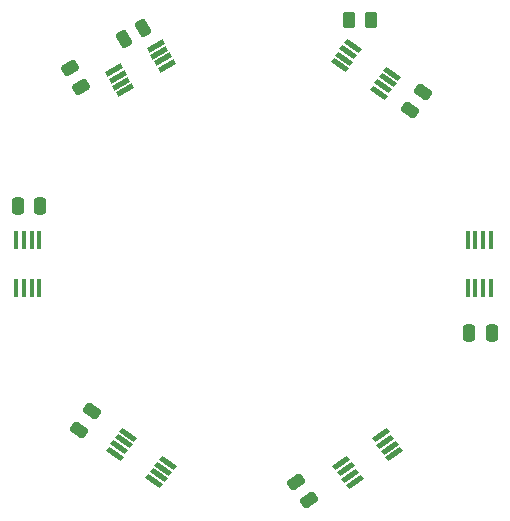
<source format=gbr>
%TF.GenerationSoftware,KiCad,Pcbnew,7.0.10*%
%TF.CreationDate,2024-07-16T17:41:30-07:00*%
%TF.ProjectId,Thermistor Ring,54686572-6d69-4737-946f-722052696e67,rev?*%
%TF.SameCoordinates,Original*%
%TF.FileFunction,Paste,Top*%
%TF.FilePolarity,Positive*%
%FSLAX46Y46*%
G04 Gerber Fmt 4.6, Leading zero omitted, Abs format (unit mm)*
G04 Created by KiCad (PCBNEW 7.0.10) date 2024-07-16 17:41:30*
%MOMM*%
%LPD*%
G01*
G04 APERTURE LIST*
G04 Aperture macros list*
%AMRoundRect*
0 Rectangle with rounded corners*
0 $1 Rounding radius*
0 $2 $3 $4 $5 $6 $7 $8 $9 X,Y pos of 4 corners*
0 Add a 4 corners polygon primitive as box body*
4,1,4,$2,$3,$4,$5,$6,$7,$8,$9,$2,$3,0*
0 Add four circle primitives for the rounded corners*
1,1,$1+$1,$2,$3*
1,1,$1+$1,$4,$5*
1,1,$1+$1,$6,$7*
1,1,$1+$1,$8,$9*
0 Add four rect primitives between the rounded corners*
20,1,$1+$1,$2,$3,$4,$5,0*
20,1,$1+$1,$4,$5,$6,$7,0*
20,1,$1+$1,$6,$7,$8,$9,0*
20,1,$1+$1,$8,$9,$2,$3,0*%
%AMRotRect*
0 Rectangle, with rotation*
0 The origin of the aperture is its center*
0 $1 length*
0 $2 width*
0 $3 Rotation angle, in degrees counterclockwise*
0 Add horizontal line*
21,1,$1,$2,0,0,$3*%
G04 Aperture macros list end*
%ADD10RotRect,1.524000X0.457200X145.000000*%
%ADD11RoundRect,0.250000X0.532491X0.067661X0.245703X0.477237X-0.532491X-0.067661X-0.245703X-0.477237X0*%
%ADD12RoundRect,0.250000X-0.020994X0.536362X-0.454006X0.286362X0.020994X-0.536362X0.454006X-0.286362X0*%
%ADD13RoundRect,0.250000X-0.250000X-0.475000X0.250000X-0.475000X0.250000X0.475000X-0.250000X0.475000X0*%
%ADD14RotRect,1.524000X0.457200X325.000000*%
%ADD15RoundRect,0.250000X0.250000X0.475000X-0.250000X0.475000X-0.250000X-0.475000X0.250000X-0.475000X0*%
%ADD16RoundRect,0.250000X0.245703X-0.477237X0.532491X-0.067661X-0.245703X0.477237X-0.532491X0.067661X0*%
%ADD17RotRect,1.524000X0.457200X30.000000*%
%ADD18R,0.457200X1.524000*%
%ADD19RoundRect,0.250000X-0.520961X0.002332X-0.258461X-0.452332X0.520961X-0.002332X0.258461X0.452332X0*%
%ADD20RoundRect,0.250000X0.262500X0.450000X-0.262500X0.450000X-0.262500X-0.450000X0.262500X-0.450000X0*%
%ADD21RoundRect,0.250000X-0.245703X0.477237X-0.532491X0.067661X0.245703X-0.477237X0.532491X-0.067661X0*%
%ADD22RotRect,1.524000X0.457200X215.000000*%
G04 APERTURE END LIST*
D10*
%TO.C,U6*%
X65331066Y-75390892D03*
X65703889Y-74858445D03*
X66076715Y-74325995D03*
X66449539Y-73793547D03*
X63099698Y-71447964D03*
X62726875Y-71980411D03*
X62354049Y-72512861D03*
X61981225Y-73045309D03*
%TD*%
D11*
%TO.C,C1*%
X78441053Y-76960124D03*
X77351257Y-75403736D03*
%TD*%
D12*
%TO.C,C3*%
X64409482Y-37007975D03*
X62764034Y-37957975D03*
%TD*%
D13*
%TO.C,C2*%
X53789691Y-52108270D03*
X55689691Y-52108270D03*
%TD*%
D14*
%TO.C,U7*%
X82124310Y-38522819D03*
X81751487Y-39055266D03*
X81378661Y-39587716D03*
X81005837Y-40120164D03*
X84355678Y-42465747D03*
X84728501Y-41933300D03*
X85101327Y-41400850D03*
X85474151Y-40868402D03*
%TD*%
D15*
%TO.C,C6*%
X93904426Y-62792212D03*
X92004426Y-62792212D03*
%TD*%
D16*
%TO.C,C5*%
X58929095Y-71019946D03*
X60018891Y-69463558D03*
%TD*%
D17*
%TO.C,U2*%
X61896282Y-40575584D03*
X62221281Y-41138499D03*
X62546282Y-41701417D03*
X62871281Y-42264332D03*
X66412806Y-40219632D03*
X66087807Y-39656717D03*
X65762806Y-39093799D03*
X65437807Y-38530884D03*
%TD*%
D18*
%TO.C,U5*%
X93816207Y-54962327D03*
X93166209Y-54962327D03*
X92516207Y-54962327D03*
X91866209Y-54962327D03*
X91866209Y-59051727D03*
X92516207Y-59051727D03*
X93166209Y-59051727D03*
X93816207Y-59051727D03*
%TD*%
D19*
%TO.C,R3*%
X58199024Y-40410103D03*
X59111524Y-41990599D03*
%TD*%
D20*
%TO.C,R2*%
X81846153Y-36356930D03*
X83671153Y-36356930D03*
%TD*%
D21*
%TO.C,C4*%
X88093928Y-42426502D03*
X87004132Y-43982890D03*
%TD*%
D18*
%TO.C,U3*%
X53639195Y-54915542D03*
X54289193Y-54915542D03*
X54939195Y-54915542D03*
X55589193Y-54915542D03*
X55589193Y-59004942D03*
X54939195Y-59004942D03*
X54289193Y-59004942D03*
X53639195Y-59004942D03*
%TD*%
D22*
%TO.C,U4*%
X85626557Y-73084126D03*
X85253733Y-72551678D03*
X84880907Y-72019228D03*
X84508084Y-71486781D03*
X81158243Y-73832364D03*
X81531067Y-74364812D03*
X81903893Y-74897262D03*
X82276716Y-75429709D03*
%TD*%
M02*

</source>
